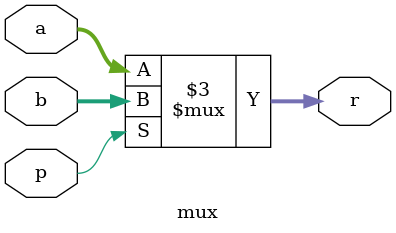
<source format=sv>
/* verilator lint_off MULTIDRIVEN */

`timescale 1ns/1ns

module mux #(
    parameter int WIDTH = 32
)(
    input  logic [WIDTH-1:0] a,
    input  logic [WIDTH-1:0] b,
    input  logic p,
    output logic [WIDTH-1:0] r  
);
    always_comb begin
        r = a;
        if (p) begin
            r = b;
        end
    end

endmodule
</source>
